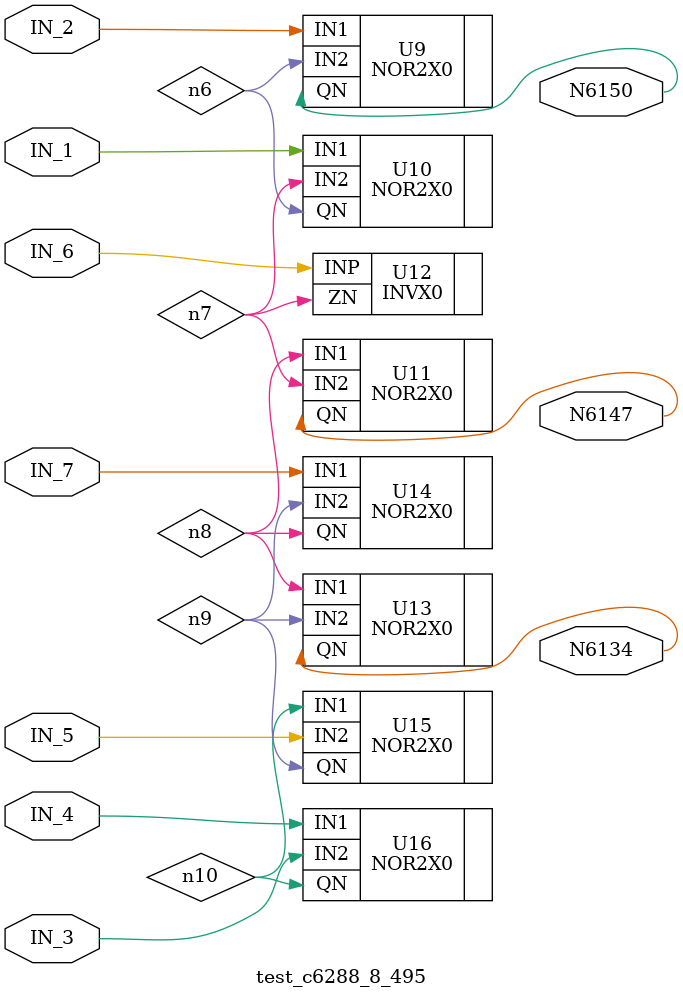
<source format=v>


module test_c6288_8_495 ( IN_1, IN_2, IN_3, IN_4, IN_5, IN_6, IN_7, N6150, 
        N6147, N6134 );
  input IN_1, IN_2, IN_3, IN_4, IN_5, IN_6, IN_7;
  output N6150, N6147, N6134;
  wire   n6, n7, n8, n9, n10;

  NOR2X0 U9 ( .IN1(IN_2), .IN2(n6), .QN(N6150) );
  NOR2X0 U10 ( .IN1(IN_1), .IN2(n7), .QN(n6) );
  NOR2X0 U11 ( .IN1(n8), .IN2(n7), .QN(N6147) );
  INVX0 U12 ( .INP(IN_6), .ZN(n7) );
  NOR2X0 U13 ( .IN1(n8), .IN2(n9), .QN(N6134) );
  NOR2X0 U14 ( .IN1(IN_7), .IN2(n9), .QN(n8) );
  NOR2X0 U15 ( .IN1(n10), .IN2(IN_5), .QN(n9) );
  NOR2X0 U16 ( .IN1(IN_4), .IN2(IN_3), .QN(n10) );
endmodule


</source>
